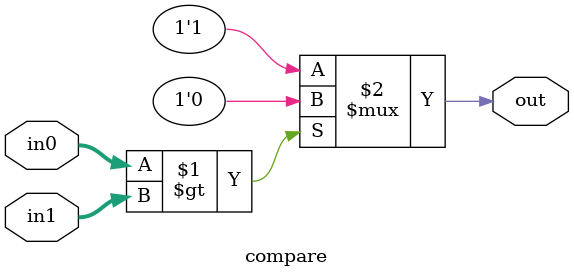
<source format=v>
module compare(in0, in1, out);
input [7:0] in0;
input [7:0] in1;
output out;

assign out = (in0 > in1) ? 1'b0 : 1'b1;

endmodule
  


</source>
